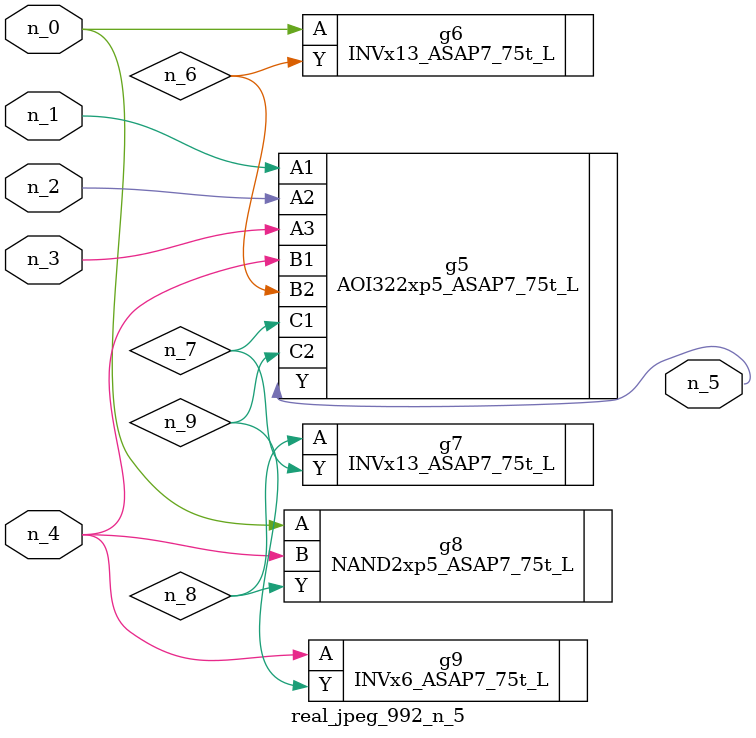
<source format=v>
module real_jpeg_992_n_5 (n_4, n_0, n_1, n_2, n_3, n_5);

input n_4;
input n_0;
input n_1;
input n_2;
input n_3;

output n_5;

wire n_8;
wire n_6;
wire n_7;
wire n_9;

INVx13_ASAP7_75t_L g6 ( 
.A(n_0),
.Y(n_6)
);

NAND2xp5_ASAP7_75t_L g8 ( 
.A(n_0),
.B(n_4),
.Y(n_8)
);

AOI322xp5_ASAP7_75t_L g5 ( 
.A1(n_1),
.A2(n_2),
.A3(n_3),
.B1(n_4),
.B2(n_6),
.C1(n_7),
.C2(n_9),
.Y(n_5)
);

INVx6_ASAP7_75t_L g9 ( 
.A(n_4),
.Y(n_9)
);

INVx13_ASAP7_75t_L g7 ( 
.A(n_8),
.Y(n_7)
);


endmodule
</source>
